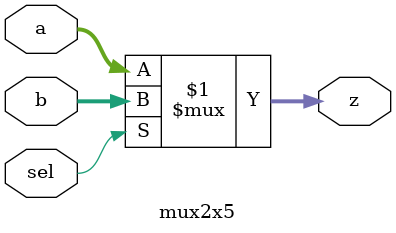
<source format=v>
/*******************************************************************************
* (c) 2016 Synopsys, Inc.
*
* This file and it's contents are proprietary to Synopsys, Inc. and may 
* only be used pursuant to the terms and conditions of a written license 
* agreement with Synopsys, Inc. All other use, reproduction, modification, 
* or distribution of this file is stricly prohibited.
*******************************************************************************/

`timescale 100 ps / 100 ps

module mux2x5 (z, a, b, sel);
  output [4:0] z;
  input  [4:0] a, b;
  input        sel;

  assign z = sel ? b : a;

endmodule

</source>
